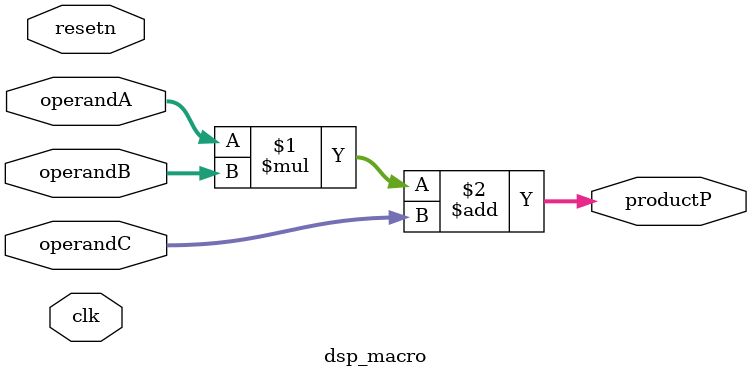
<source format=sv>
`timescale 1ns / 1ps
module dsp_macro(
    input  clk,
    input  resetn,
    input  [15:0] operandA,
    input  [15:0] operandB,
    input  [31:0] operandC,
    output [31:0] productP
    );
    
    
assign productP = (operandA * operandB) + operandC;    
    
endmodule

</source>
